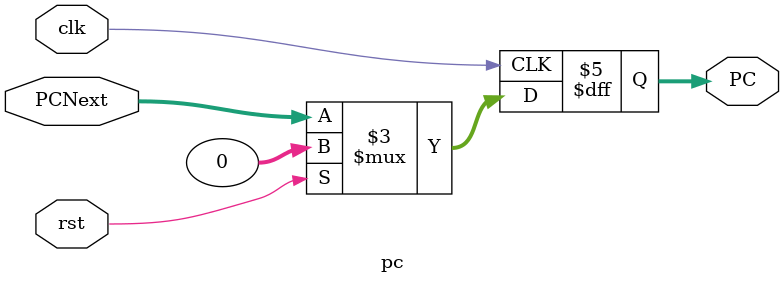
<source format=v>
module pc(
    input clk, rst,
    input [31:0] PCNext,
    output reg [31:0] PC

);
    always @ (posedge clk)
    begin
        if(rst)
         begin
            PC <= 32'h00000000;
         end
        else
        begin
            PC <= PCNext;
        end
    end
endmodule

</source>
